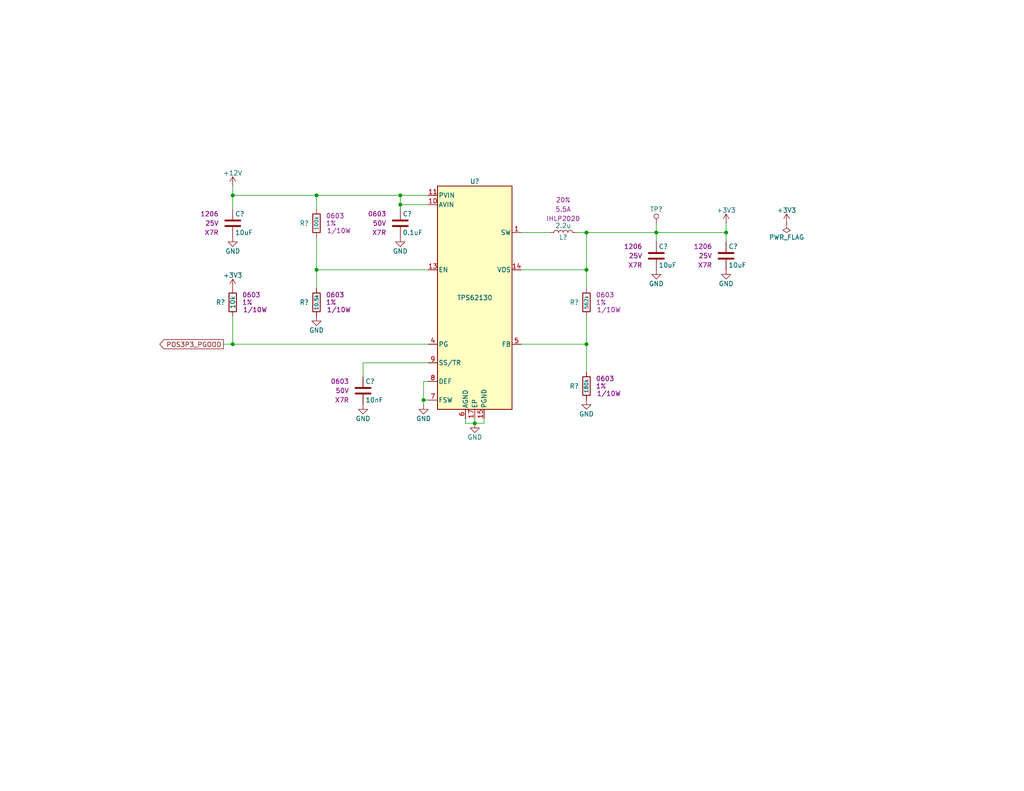
<source format=kicad_sch>
(kicad_sch (version 20230121) (generator eeschema)
  (paper "A")
  (title_block (title "Stopwatch") (date "2024-01-02") (rev "A") (company "Drew Maatman"))
  (lib_symbols
    (symbol "Custom_Library:C_Custom" (pin_numbers hide) (pin_names (offset 0.254))
      (property "Reference" "C" (at 0.635 2.54 0))
      (property "Value" "C_Custom" (at 0.635 -2.54 0))
      (property "display_footprint" "Foot" (at -3.81 2.54 0))
      (property "Voltage" "V" (at -3.81 0 0))
      (property "Dielectric" "Er" (at -3.81 -2.54 0))
      (symbol "C_Custom_0_1"
        (polyline (pts (xy -2.032 -0.762) (xy 2.032 -0.762)) (stroke (width 0.508)))
        (polyline (pts (xy -2.032 0.762) (xy 2.032 0.762)) (stroke (width 0.508)))
      )
      (symbol "C_Custom_1_1"
        (pin passive line (at 0 3.81 270) (length 2.794) (name "~") (number "1"))
        (pin passive line (at 0 -3.81 90) (length 2.794) (name "~") (number "2"))
      )
    )
    (symbol "Custom_Library:L_Custom" (pin_numbers hide) (pin_names (offset 1.016) hide)
      (property "Reference" "L" (at -1.27 0 90))
      (property "Value" "L_Custom" (at 1.905 0 90))
      (property "display_footprint" "Foot" (at 3.81 0 90))
      (property "Ampacity" "A" (at 6.35 0 90))
      (property "Tolerance" "Tol" (at 8.89 0 90))
      (symbol "L_Custom_0_1"
        (arc (start 0 -2.54) (mid 0.6323 -1.905) (end 0 -1.27))
        (arc (start 0 -1.27) (mid 0.6323 -0.635) (end 0 0))
        (arc (start 0 0) (mid 0.6323 0.635) (end 0 1.27))
        (arc (start 0 1.27) (mid 0.6323 1.905) (end 0 2.54))
      )
      (symbol "L_Custom_1_1"
        (pin passive line (at 0 3.81 270) (length 1.27) (name "1") (number "1"))
        (pin passive line (at 0 -3.81 90) (length 1.27) (name "2") (number "2"))
      )
    )
    (symbol "Custom_Library:R_Custom" (pin_numbers hide) (pin_names (offset 1.016) hide)
      (property "Reference" "R" (at -2.54 0 90))
      (property "Value" "R_Custom" (at 0 0 90))
      (property "display_footprint" "Foot" (at 2.54 0 90))
      (property "Tolerance" "Tol" (at 5.08 0 90))
      (property "Wattage" "W" (at 7.62 0 90))
      (symbol "R_Custom_0_1"
        (rectangle (start 1.016 2.54) (end -1.016 -2.54) (stroke (width 0.254)))
      )
      (symbol "R_Custom_1_1"
        (pin passive line (at 0 3.81 270) (length 1.27) (name "1") (number "1"))
        (pin passive line (at 0 -3.81 90) (length 1.27) (name "2") (number "2"))
      )
    )
    (symbol "Custom_Library:TP" (pin_numbers hide) (pin_names (offset 0) hide)
      (property "Reference" "TP" (at 0 3.81 0))
      (symbol "TP_0_1"
        (polyline (pts (xy 0 0) (xy 0 1.27)))
        (circle (center 0 1.905) (radius 0.635))
      )
      (symbol "TP_1_1"
        (pin passive line (at 0 0 90) (length 0) (name "TP") (number "1"))
      )
    )
    (symbol "Custom_Library:TPS62130" (pin_names (offset 0.254))
      (property "Reference" "U" (at 0 31.75 0))
      (property "Value" "TPS62130" (at 0 0 0))
      (symbol "TPS62130_0_1"
        (rectangle (start -10.16 30.48) (end 10.16 -30.48) (stroke (width 0.254)) (fill (type background)))
      )
      (symbol "TPS62130_1_1"
        (pin output line (at 12.7 17.78 180) (length 2.54) (name "SW") (number "1"))
        (pin power_in line (at -12.7 25.4 0) (length 2.54) (name "AVIN") (number "10"))
        (pin power_in line (at -12.7 27.94 0) (length 2.54) (name "PVIN") (number "11"))
        (pin passive line (at -12.7 27.94 0) (length 2.54) hide (name "PVIN") (number "12"))
        (pin input line (at -12.7 7.62 0) (length 2.54) (name "EN") (number "13"))
        (pin input line (at 12.7 7.62 180) (length 2.54) (name "VOS") (number "14"))
        (pin power_in line (at 2.54 -33.02 90) (length 2.54) (name "PGND") (number "15"))
        (pin passive line (at 2.54 -33.02 90) (length 2.54) hide (name "PGND") (number "16"))
        (pin power_in line (at 0 -33.02 90) (length 2.54) (name "EP") (number "17"))
        (pin passive line (at 12.7 17.78 180) (length 2.54) hide (name "SW") (number "2"))
        (pin passive line (at 12.7 17.78 180) (length 2.54) hide (name "SW") (number "3"))
        (pin open_collector line (at -12.7 -12.7 0) (length 2.54) (name "PG") (number "4"))
        (pin input line (at 12.7 -12.7 180) (length 2.54) (name "FB") (number "5"))
        (pin power_in line (at -2.54 -33.02 90) (length 2.54) (name "AGND") (number "6"))
        (pin input line (at -12.7 -27.94 0) (length 2.54) (name "FSW") (number "7"))
        (pin input line (at -12.7 -22.86 0) (length 2.54) (name "DEF") (number "8"))
        (pin input line (at -12.7 -17.78 0) (length 2.54) (name "SS/TR") (number "9"))
      )
    )
    (symbol "Incrementor-rescue:+3.3V-power" (power) (pin_names (offset 0))
      (property "Value" "+3.3V-power" (at 0 3.556 0))
      (symbol "+3.3V-power_0_1"
        (polyline (pts (xy -0.762 1.27) (xy 0 2.54)))
        (polyline (pts (xy 0 0) (xy 0 2.54)))
        (polyline (pts (xy 0 2.54) (xy 0.762 1.27)))
      )
      (symbol "+3.3V-power_1_1"
        (pin power_in line (at 0 0 90) (length 0) hide (name "+3V3") (number "1"))
      )
    )
    (symbol "power:+12V" (power) (pin_names (offset 0))
      (property "Value" "+12V" (at 0 3.556 0))
      (symbol "+12V_0_1"
        (polyline (pts (xy -0.762 1.27) (xy 0 2.54)))
        (polyline (pts (xy 0 0) (xy 0 2.54)))
        (polyline (pts (xy 0 2.54) (xy 0.762 1.27)))
      )
      (symbol "+12V_1_1"
        (pin power_in line (at 0 0 90) (length 0) hide (name "+12V") (number "1"))
      )
    )
    (symbol "power:GND" (power) (pin_names (offset 0))
      (property "Value" "GND" (at 0 -3.81 0))
      (symbol "GND_0_1"
        (polyline (pts (xy 0 0) (xy 0 -1.27) (xy 1.27 -1.27) (xy 0 -2.54) (xy -1.27 -1.27) (xy 0 -1.27)))
      )
      (symbol "GND_1_1"
        (pin power_in line (at 0 0 270) (length 0) hide (name "GND") (number "1"))
      )
    )
    (symbol "power:PWR_FLAG" (power) (pin_numbers hide) (pin_names (offset 0) hide)
      (property "Value" "PWR_FLAG" (at 0 3.81 0))
      (symbol "PWR_FLAG_0_0"
        (pin power_out line (at 0 0 90) (length 0) (name "pwr") (number "1"))
      )
      (symbol "PWR_FLAG_0_1"
        (polyline (pts (xy 0 0) (xy 0 1.27) (xy -1.016 1.905) (xy 0 2.54) (xy 1.016 1.905) (xy 0 1.27)))
      )
    )
  )
  (junction (at 63.5 93.98))
  (junction (at 160.02 73.66))
  (junction (at 160.02 63.5))
  (junction (at 160.02 93.98))
  (junction (at 63.5 53.34))
  (junction (at 109.22 53.34))
  (junction (at 109.22 55.88))
  (junction (at 129.54 115.57))
  (junction (at 86.36 53.34))
  (junction (at 115.57 109.22))
  (junction (at 179.07 63.5))
  (junction (at 86.36 73.66))
  (junction (at 198.12 63.5))
  (wire (pts (xy 115.57 104.14) (xy 116.84 104.14)))
  (wire (pts (xy 86.36 57.15) (xy 86.36 53.34)))
  (wire (pts (xy 129.54 115.57) (xy 127 115.57)))
  (wire (pts (xy 160.02 73.66) (xy 160.02 63.5)))
  (wire (pts (xy 179.07 66.04) (xy 179.07 63.5)))
  (wire (pts (xy 63.5 93.98) (xy 63.5 86.36)))
  (wire (pts (xy 160.02 93.98) (xy 160.02 86.36)))
  (wire (pts (xy 99.06 102.87) (xy 99.06 99.06)))
  (wire (pts (xy 129.54 115.57) (xy 129.54 114.3)))
  (wire (pts (xy 115.57 110.49) (xy 115.57 109.22)))
  (wire (pts (xy 109.22 55.88) (xy 109.22 53.34)))
  (wire (pts (xy 142.24 73.66) (xy 160.02 73.66)))
  (wire (pts (xy 60.96 93.98) (xy 63.5 93.98)))
  (wire (pts (xy 160.02 78.74) (xy 160.02 73.66)))
  (wire (pts (xy 86.36 73.66) (xy 116.84 73.66)))
  (wire (pts (xy 127 115.57) (xy 127 114.3)))
  (wire (pts (xy 99.06 99.06) (xy 116.84 99.06)))
  (wire (pts (xy 116.84 53.34) (xy 109.22 53.34)))
  (wire (pts (xy 116.84 93.98) (xy 63.5 93.98)))
  (wire (pts (xy 198.12 60.96) (xy 198.12 63.5)))
  (wire (pts (xy 160.02 63.5) (xy 157.48 63.5)))
  (wire (pts (xy 109.22 55.88) (xy 109.22 57.15)))
  (wire (pts (xy 86.36 73.66) (xy 86.36 78.74)))
  (wire (pts (xy 179.07 60.96) (xy 179.07 63.5)))
  (wire (pts (xy 63.5 53.34) (xy 86.36 53.34)))
  (wire (pts (xy 63.5 53.34) (xy 63.5 57.15)))
  (wire (pts (xy 116.84 55.88) (xy 109.22 55.88)))
  (wire (pts (xy 86.36 53.34) (xy 109.22 53.34)))
  (wire (pts (xy 198.12 63.5) (xy 198.12 66.04)))
  (wire (pts (xy 129.54 115.57) (xy 132.08 115.57)))
  (wire (pts (xy 160.02 93.98) (xy 160.02 101.6)))
  (wire (pts (xy 179.07 63.5) (xy 160.02 63.5)))
  (wire (pts (xy 132.08 115.57) (xy 132.08 114.3)))
  (wire (pts (xy 116.84 109.22) (xy 115.57 109.22)))
  (wire (pts (xy 115.57 109.22) (xy 115.57 104.14)))
  (wire (pts (xy 160.02 93.98) (xy 142.24 93.98)))
  (wire (pts (xy 63.5 50.8) (xy 63.5 53.34)))
  (wire (pts (xy 179.07 63.5) (xy 198.12 63.5)))
  (wire (pts (xy 142.24 63.5) (xy 149.86 63.5)))
  (wire (pts (xy 86.36 64.77) (xy 86.36 73.66)))
  (global_label "POS3P3_PGOOD" (shape output) (at 60.96 93.98 180) (property "Intersheetrefs" "${INTERSHEET_REFS}" (effects hide)))
  (symbol (lib_id "Custom_Library:L_Custom") (at 153.67 63.5 90) (unit 1)
    (property "Reference" "L?" (at 153.67 64.77 90))
    (property "Value" "2.2u" (at 153.67 61.595 90))
    (property "Footprint" "Inductors_SMD:L_Vishay_IHLP-2020" (effects hide))
    (property "Digi-Key PN" "541-1236-1-ND" (effects hide))
    (property "display_footprint" "IHLP2020" (at 153.67 59.69 90))
    (property "Ampacity" "5.5A" (at 153.67 57.15 90))
    (property "Tolerance" "20%" (at 153.67 54.61 90))
  )
  (symbol (lib_id "Custom_Library:C_Custom") (at 109.22 60.96 0) (unit 1)
    (property "Reference" "C?" (at 109.855 58.42 0) (effects (justify left)))
    (property "Value" "0.1uF" (at 109.855 63.5 0) (effects (justify left)))
    (property "Footprint" "Capacitors_SMD:C_0603" (effects hide))
    (property "display_footprint" "0603" (at 105.41 58.42 0) (effects (justify right)))
    (property "Voltage" "50V" (at 105.41 60.96 0) (effects (justify right)))
    (property "Dielectric" "X7R" (at 105.41 63.5 0) (effects (justify right)))
    (property "Digi-Key PN" "490-8020-1-ND" (effects hide))
  )
  (symbol (lib_id "power:GND") (at 109.22 64.77 0) (unit 1)
    (property "Reference" "#PWR?" (effects hide))
    (property "Value" "GND" (at 109.22 68.58 0))
  )
  (symbol (lib_id "Custom_Library:C_Custom") (at 63.5 60.96 0) (unit 1)
    (property "Reference" "C?" (at 64.135 58.42 0) (effects (justify left)))
    (property "Value" "10uF" (at 64.135 63.5 0) (effects (justify left)))
    (property "Footprint" "Capacitors_SMD:C_1206" (effects hide))
    (property "display_footprint" "1206" (at 59.69 58.42 0) (effects (justify right)))
    (property "Voltage" "25V" (at 59.69 60.96 0) (effects (justify right)))
    (property "Dielectric" "X7R" (at 59.69 63.5 0) (effects (justify right)))
    (property "Digi-Key PN" "1276-7031-1-ND" (effects hide))
  )
  (symbol (lib_id "power:GND") (at 63.5 64.77 0) (unit 1)
    (property "Reference" "#PWR?" (effects hide))
    (property "Value" "GND" (at 63.5 68.58 0))
  )
  (symbol (lib_id "power:+12V") (at 63.5 50.8 0) (unit 1)
    (property "Reference" "#PWR?" (effects hide))
    (property "Value" "+12V" (at 63.5 47.244 0))
  )
  (symbol (lib_id "Custom_Library:TPS62130") (at 129.54 81.28 0) (unit 1)
    (property "Reference" "U?" (at 129.54 49.53 0))
    (property "Value" "TPS62130" (at 129.54 81.28 0))
    (property "Footprint" "Housings_DFN_QFN:QFN-16-1EP_3x3mm_Pitch0.5mm" (effects hide))
    (property "Datasheet" "http://www.ti.com/lit/ds/symlink/tps62130.pdf" (effects hide))
    (property "Digi-Key PN" "296-37878-1-ND" (effects hide))
  )
  (symbol (lib_id "Custom_Library:R_Custom") (at 86.36 60.96 0) (unit 1)
    (property "Reference" "R?" (at 84.328 60.96 0) (effects (justify right)))
    (property "Value" "100k" (at 86.36 60.96 90) (effects (font (size 1.016 1.016))))
    (property "Footprint" "Resistors_SMD:R_0603" (effects hide))
    (property "display_footprint" "0603" (at 88.9 58.928 0) (effects (justify left)))
    (property "Tolerance" "1%" (at 88.9 60.96 0) (effects (justify left)))
    (property "Wattage" "1/10W" (at 89.154 62.992 0) (effects (justify left)))
    (property "Digi-Key PN" "A106046CT-ND" (effects hide))
  )
  (symbol (lib_id "power:GND") (at 86.36 86.36 0) (unit 1)
    (property "Reference" "#PWR?" (effects hide))
    (property "Value" "GND" (at 86.36 90.17 0))
  )
  (symbol (lib_id "power:GND") (at 129.54 115.57 0) (unit 1)
    (property "Reference" "#PWR?" (effects hide))
    (property "Value" "GND" (at 129.54 119.38 0))
  )
  (symbol (lib_id "power:GND") (at 115.57 110.49 0) (unit 1)
    (property "Reference" "#PWR?" (effects hide))
    (property "Value" "GND" (at 115.57 114.3 0))
  )
  (symbol (lib_id "Custom_Library:R_Custom") (at 63.5 82.55 0) (unit 1)
    (property "Reference" "R?" (at 61.468 82.55 0) (effects (justify right)))
    (property "Value" "10k" (at 63.5 82.55 90))
    (property "Footprint" "Resistors_SMD:R_0603" (effects hide))
    (property "display_footprint" "0603" (at 66.04 80.518 0) (effects (justify left)))
    (property "Tolerance" "1%" (at 66.04 82.55 0) (effects (justify left)))
    (property "Wattage" "1/10W" (at 66.294 84.582 0) (effects (justify left)))
    (property "Digi-Key PN" "RHM10KADCT-ND" (effects hide))
  )
  (symbol (lib_id "Custom_Library:C_Custom") (at 99.06 106.68 0) (unit 1)
    (property "Reference" "C?" (at 99.695 104.14 0) (effects (justify left)))
    (property "Value" "10nF" (at 99.695 109.22 0) (effects (justify left)))
    (property "Footprint" "Capacitors_SMD:C_0603" (effects hide))
    (property "display_footprint" "0603" (at 95.25 104.14 0) (effects (justify right)))
    (property "Voltage" "50V" (at 95.25 106.68 0) (effects (justify right)))
    (property "Dielectric" "X7R" (at 95.25 109.22 0) (effects (justify right)))
    (property "Digi-Key PN" "1276-1921-1-ND" (effects hide))
  )
  (symbol (lib_id "power:GND") (at 99.06 110.49 0) (unit 1)
    (property "Reference" "#PWR?" (effects hide))
    (property "Value" "GND" (at 99.06 114.3 0))
  )
  (symbol (lib_id "Custom_Library:R_Custom") (at 160.02 82.55 0) (unit 1)
    (property "Reference" "R?" (at 157.988 82.55 0) (effects (justify right)))
    (property "Value" "562k" (at 160.02 82.55 90) (effects (font (size 1.016 1.016))))
    (property "Footprint" "Resistors_SMD:R_0603" (effects hide))
    (property "display_footprint" "0603" (at 162.56 80.518 0) (effects (justify left)))
    (property "Tolerance" "1%" (at 162.56 82.55 0) (effects (justify left)))
    (property "Wattage" "1/10W" (at 162.814 84.582 0) (effects (justify left)))
    (property "Digi-Key PN" "311-562KHRCT-ND" (effects hide))
  )
  (symbol (lib_id "Custom_Library:R_Custom") (at 160.02 105.41 0) (unit 1)
    (property "Reference" "R?" (at 157.988 105.41 0) (effects (justify right)))
    (property "Value" "180k" (at 160.02 105.41 90) (effects (font (size 1.016 1.016))))
    (property "Footprint" "Resistors_SMD:R_0603" (effects hide))
    (property "display_footprint" "0603" (at 162.56 103.378 0) (effects (justify left)))
    (property "Tolerance" "1%" (at 162.56 105.41 0) (effects (justify left)))
    (property "Wattage" "1/10W" (at 162.814 107.442 0) (effects (justify left)))
    (property "Digi-Key PN" "749-1763-1-ND" (effects hide))
  )
  (symbol (lib_id "power:GND") (at 160.02 109.22 0) (unit 1)
    (property "Reference" "#PWR?" (effects hide))
    (property "Value" "GND" (at 160.02 113.03 0))
  )
  (symbol (lib_id "power:GND") (at 179.07 73.66 0) (unit 1)
    (property "Reference" "#PWR?" (effects hide))
    (property "Value" "GND" (at 179.07 77.47 0))
  )
  (symbol (lib_id "power:GND") (at 198.12 73.66 0) (unit 1)
    (property "Reference" "#PWR?" (effects hide))
    (property "Value" "GND" (at 198.12 77.47 0))
  )
  (symbol (lib_id "Custom_Library:R_Custom") (at 86.36 82.55 0) (unit 1)
    (property "Reference" "R?" (at 84.328 82.55 0) (effects (justify right)))
    (property "Value" "10.5k" (at 86.36 82.55 90) (effects (font (size 1.016 1.016))))
    (property "Footprint" "Resistors_SMD:R_0603" (effects hide))
    (property "display_footprint" "0603" (at 88.9 80.518 0) (effects (justify left)))
    (property "Tolerance" "1%" (at 88.9 82.55 0) (effects (justify left)))
    (property "Wattage" "1/10W" (at 89.154 84.582 0) (effects (justify left)))
    (property "Digi-Key PN" "311-10.5KHRCT-ND" (effects hide))
  )
  (symbol (lib_id "power:PWR_FLAG") (at 214.63 60.96 180) (unit 1)
    (property "Reference" "#FLG?" (effects hide))
    (property "Value" "PWR_FLAG" (at 214.63 64.77 0))
  )
  (symbol (lib_id "Custom_Library:TP") (at 179.07 60.96 0) (unit 1)
    (property "Reference" "TP?" (at 179.07 57.15 0))
    (property "Value" "TP" (effects hide))
    (property "Footprint" "Custom Footprints Library:Test_Point" (effects hide))
  )
  (symbol (lib_id "Incrementor-rescue:+3.3V-power") (at 198.12 60.96 0) (unit 1)
    (property "Reference" "#PWR?" (effects hide))
    (property "Value" "+3.3V" (at 198.12 57.404 0))
  )
  (symbol (lib_id "Incrementor-rescue:+3.3V-power") (at 214.63 60.96 0) (unit 1)
    (property "Reference" "#PWR?" (effects hide))
    (property "Value" "+3.3V" (at 214.63 57.404 0))
  )
  (symbol (lib_id "Incrementor-rescue:+3.3V-power") (at 63.5 78.74 0) (unit 1)
    (property "Reference" "#PWR?" (effects hide))
    (property "Value" "+3.3V" (at 63.5 75.184 0))
  )
  (symbol (lib_id "Custom_Library:C_Custom") (at 179.07 69.85 0) (unit 1)
    (property "Reference" "C?" (at 179.705 67.31 0) (effects (justify left)))
    (property "Value" "10uF" (at 179.705 72.39 0) (effects (justify left)))
    (property "Footprint" "Capacitors_SMD:C_1206" (effects hide))
    (property "display_footprint" "1206" (at 175.26 67.31 0) (effects (justify right)))
    (property "Voltage" "25V" (at 175.26 69.85 0) (effects (justify right)))
    (property "Dielectric" "X7R" (at 175.26 72.39 0) (effects (justify right)))
    (property "Digi-Key PN" "1276-7031-1-ND" (effects hide))
  )
  (symbol (lib_id "Custom_Library:C_Custom") (at 198.12 69.85 0) (unit 1)
    (property "Reference" "C?" (at 198.755 67.31 0) (effects (justify left)))
    (property "Value" "10uF" (at 198.755 72.39 0) (effects (justify left)))
    (property "Footprint" "Capacitors_SMD:C_1206" (effects hide))
    (property "display_footprint" "1206" (at 194.31 67.31 0) (effects (justify right)))
    (property "Voltage" "25V" (at 194.31 69.85 0) (effects (justify right)))
    (property "Dielectric" "X7R" (at 194.31 72.39 0) (effects (justify right)))
    (property "Digi-Key PN" "1276-7031-1-ND" (effects hide))
  )
)
</source>
